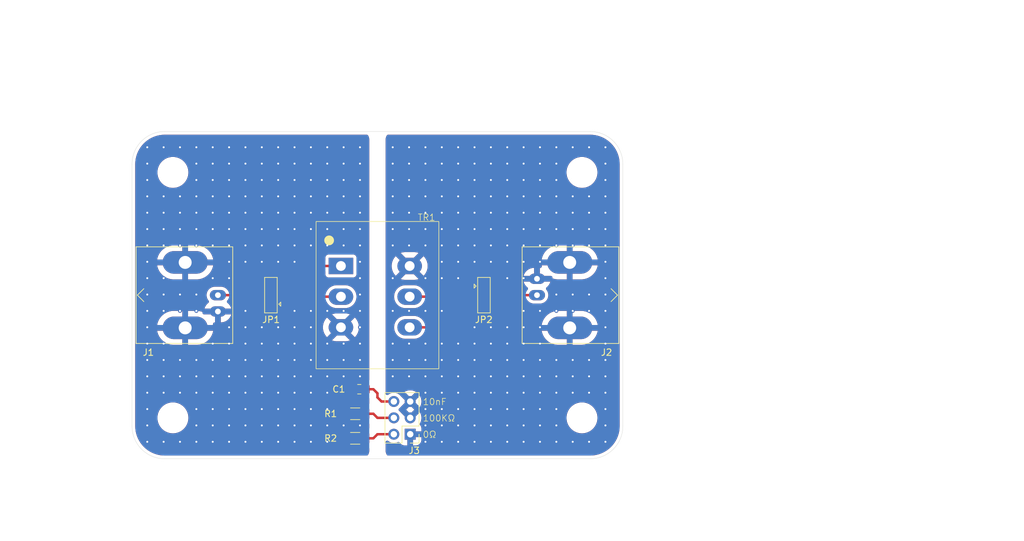
<source format=kicad_pcb>
(kicad_pcb (version 20241229) (generator "pcbnew") (generator_version "9.0")
  (layers (0 "F.Cu" signal) (2 "B.Cu" signal) (13 "F.Paste" user) (15 "B.Paste" user) (5 "F.SilkS" user "F.Silkscreen") (7 "B.SilkS" user "B.Silkscreen") (1 "F.Mask" user) (3 "B.Mask" user) (25 "Edge.Cuts" user))
  (net 0 "")
  (net 1 "Net-(J1-In)")
  (net 2 "Net-(J2-In)")
  (net 3 "Net-(JP1-C)")
  (net 4 "Net-(JP2-C)")
  (net 5 "GND1")
  (net 6 "GND2")
  (net 7 "Net-(J3-Pin_6)")
  (net 8 "Net-(J3-Pin_4)")
  (net 9 "Net-(J3-Pin_2)")
  (footprint "MountingHole:MountingHole_4.3mm_M4" (layer "F.Cu") (at 114.3 76.2)
    (property "Reference" "H1" (hide yes))
    (property "Value" "MountingHole")
    (pad "" np_thru_hole circle (at 0 0) (size 4.3 4.3) (drill 4.3) (layers "*.Cu" "*.Mask"))
  )
  (footprint "Resistor_SMD:R_1206_3216Metric_Pad1.30x1.75mm_HandSolder" (layer "F.Cu") (at 142.595 113.665)
    (property "Reference" "R1" (at -3.81 0 0) (layer "F.SilkS"))
    (property "Value" "100K")
    (pad "1" smd roundrect (at -1.55 0) (size 1.3 1.75) (layers "F.Cu" "F.Mask" "F.Paste") (roundrect_rratio 0.192308) (net 5 "GND1"))
    (pad "2" smd roundrect (at 1.55 0) (size 1.3 1.75) (layers "F.Cu" "F.Mask" "F.Paste") (roundrect_rratio 0.192308) (net 8 "Net-(J3-Pin_4)"))
  )
  (footprint "Resistor_SMD:R_1206_3216Metric_Pad1.30x1.75mm_HandSolder" (layer "F.Cu") (at 142.595 117.475)
    (property "Reference" "R2" (at -3.81 0 0) (layer "F.SilkS"))
    (property "Value" "0")
    (pad "1" smd roundrect (at -1.55 0) (size 1.3 1.75) (layers "F.Cu" "F.Mask" "F.Paste") (roundrect_rratio 0.192308) (net 5 "GND1"))
    (pad "2" smd roundrect (at 1.55 0) (size 1.3 1.75) (layers "F.Cu" "F.Mask" "F.Paste") (roundrect_rratio 0.192308) (net 9 "Net-(J3-Pin_2)"))
  )
  (footprint "Connector_Coaxial:BNC_Amphenol_B6252HB-NPP3G-50_Horizontal" (layer "F.Cu") (at 170.815 95.25 -90)
    (property "Reference" "J2" (at 8.89 -10.795 180) (layer "F.SilkS"))
    (property "Value" "Conn_Coaxial")
    (pad "1" thru_hole oval (at 0 0 270) (size 1.6 2.5) (drill 0.89) (layers "*.Cu" "*.Mask") (net 2 "Net-(J2-In)"))
    (pad "2" thru_hole oval (at -5.08 -5.08 270) (size 3.5 7) (drill 2.01) (layers "*.Cu" "*.Mask") (net 6 "GND2"))
    (pad "2" thru_hole oval (at -2.54 0 270) (size 1.6 2.5) (drill 0.89) (layers "*.Cu" "*.Mask") (net 6 "GND2"))
    (pad "2" thru_hole oval (at 5.08 -5.08 270) (size 3.5 7) (drill 2.01) (layers "*.Cu" "*.Mask") (net 6 "GND2"))
  )
  (footprint "Jumper:SolderJumper-3_P2.0mm_Open_TrianglePad1.0x1.5mm" (layer "F.Cu") (at 162.56 95.25 -90)
    (property "Reference" "JP2" (at 3.81 0 180) (layer "F.SilkS"))
    (property "Value" "SolderJumper_3_Open")
    (pad "1" smd custom (at -2 0 270) (size 0.3 0.3) (layers "F.Cu" "F.Mask") (net 6 "GND2") (options (clearance outline) (anchor rect)) (primitives (gr_poly (pts (xy 1 0) (xy 0.5 0.75) (xy -0.5 0.75) (xy -0.5 -0.75) (xy 0.5 -0.75)) (width 0) (fill yes))))
    (pad "2" smd custom (at 0 0 270) (size 0.3 0.3) (layers "F.Cu") (net 4 "Net-(JP2-C)") (options (clearance outline) (anchor rect)) (primitives (gr_poly (pts (xy 0.7 0) (xy 1.2 0.75) (xy -1.2 0.75) (xy -0.7 0) (xy -1.2 -0.75) (xy 1.2 -0.75)) (width 0) (fill yes))))
    (pad "3" smd custom (at 2 0 90) (size 0.3 0.3) (layers "F.Cu" "F.Mask") (net 2 "Net-(J2-In)") (options (clearance outline) (anchor rect)) (primitives (gr_poly (pts (xy 1 0) (xy 0.5 0.75) (xy -0.5 0.75) (xy -0.5 -0.75) (xy 0.5 -0.75)) (width 0) (fill yes))))
  )
  (footprint "MountingHole:MountingHole_4.3mm_M4" (layer "F.Cu") (at 177.8 76.2)
    (property "Reference" "H2" (hide yes))
    (property "Value" "MountingHole")
    (pad "" np_thru_hole circle (at 0 0) (size 4.3 4.3) (drill 4.3) (layers "*.Cu" "*.Mask"))
  )
  (footprint "Capacitor_SMD:C_0805_2012Metric_Pad1.18x1.45mm_HandSolder" (layer "F.Cu") (at 143.23 109.855)
    (property "Reference" "C1" (at -3.175 0 0) (layer "F.SilkS"))
    (property "Value" "10n")
    (pad "1" smd roundrect (at -1.0375 0) (size 1.175 1.45) (layers "F.Cu" "F.Mask" "F.Paste") (roundrect_rratio 0.212766) (net 5 "GND1"))
    (pad "2" smd roundrect (at 1.0375 0) (size 1.175 1.45) (layers "F.Cu" "F.Mask" "F.Paste") (roundrect_rratio 0.212766) (net 7 "Net-(J3-Pin_6)"))
  )
  (footprint "MountingHole:MountingHole_4.3mm_M4" (layer "F.Cu") (at 177.8 114.3)
    (property "Reference" "H4" (hide yes))
    (property "Value" "MountingHole")
    (pad "" np_thru_hole circle (at 0 0) (size 4.3 4.3) (drill 4.3) (layers "*.Cu" "*.Mask"))
  )
  (footprint "triad_magnetics:Untitled" (layer "F.Cu") (at 146.05 95.25)
    (property "Reference" "TR1" (at 7.62 -12.065 0) (layer "F.SilkS") (effects (font (thickness 0.1))))
    (property "Value" "TY-145P")
    (pad "1" thru_hole rect (at -5.668 -4.525) (size 3.81 2.54) (drill 1.524) (layers "*.Cu" "*.Mask") (net 1 "Net-(J1-In)"))
    (pad "2" thru_hole oval (at -5.668 0.2375) (size 3.81 2.54) (drill 1.524) (layers "*.Cu" "*.Mask") (net 3 "Net-(JP1-C)"))
    (pad "3" thru_hole oval (at -5.668 5) (size 3.81 2.54) (drill 1.524) (layers "*.Cu" "*.Mask") (net 5 "GND1"))
    (pad "4" thru_hole oval (at 5 5) (size 3.81 2.54) (drill 1.524) (layers "*.Cu" "*.Mask") (net 2 "Net-(J2-In)"))
    (pad "5" thru_hole oval (at 5 0.2375) (size 3.81 2.54) (drill 1.524) (layers "*.Cu" "*.Mask") (net 4 "Net-(JP2-C)"))
    (pad "6" thru_hole oval (at 5 -4.525) (size 3.81 2.54) (drill 1.524) (layers "*.Cu" "*.Mask") (net 6 "GND2"))
  )
  (footprint "MountingHole:MountingHole_4.3mm_M4" (layer "F.Cu") (at 114.3 114.3)
    (property "Reference" "H3" (hide yes))
    (property "Value" "MountingHole")
    (pad "" np_thru_hole circle (at 0 0) (size 4.3 4.3) (drill 4.3) (layers "*.Cu" "*.Mask"))
  )
  (footprint "Connector_Coaxial:BNC_Amphenol_B6252HB-NPP3G-50_Horizontal" (layer "F.Cu") (at 121.285 95.25 90)
    (property "Reference" "J1" (at -8.89 -10.795 180) (layer "F.SilkS"))
    (property "Value" "Conn_Coaxial")
    (pad "1" thru_hole oval (at 0 0 90) (size 1.6 2.5) (drill 0.89) (layers "*.Cu" "*.Mask") (net 1 "Net-(J1-In)"))
    (pad "2" thru_hole oval (at -5.08 -5.08 90) (size 3.5 7) (drill 2.01) (layers "*.Cu" "*.Mask") (net 5 "GND1"))
    (pad "2" thru_hole oval (at -2.54 0 90) (size 1.6 2.5) (drill 0.89) (layers "*.Cu" "*.Mask") (net 5 "GND1"))
    (pad "2" thru_hole oval (at 5.08 -5.08 90) (size 3.5 7) (drill 2.01) (layers "*.Cu" "*.Mask") (net 5 "GND1"))
  )
  (footprint "Connector_PinHeader_2.54mm:PinHeader_2x03_P2.54mm_Vertical" (layer "F.Cu") (at 151.135 116.84 180)
    (property "Reference" "J3" (at -0.63 -2.54 0) (layer "F.SilkS"))
    (property "Value" "Conn_02x03_Odd_Even")
    (pad "1" thru_hole rect (at 0 0 180) (size 1.7 1.7) (drill 1) (layers "*.Cu" "*.Mask") (net 6 "GND2"))
    (pad "2" thru_hole circle (at 2.54 0 180) (size 1.7 1.7) (drill 1) (layers "*.Cu" "*.Mask") (net 9 "Net-(J3-Pin_2)"))
    (pad "3" thru_hole circle (at 0 2.54 180) (size 1.7 1.7) (drill 1) (layers "*.Cu" "*.Mask") (net 6 "GND2"))
    (pad "4" thru_hole circle (at 2.54 2.54 180) (size 1.7 1.7) (drill 1) (layers "*.Cu" "*.Mask") (net 8 "Net-(J3-Pin_4)"))
    (pad "5" thru_hole circle (at 0 5.08 180) (size 1.7 1.7) (drill 1) (layers "*.Cu" "*.Mask") (net 6 "GND2"))
    (pad "6" thru_hole circle (at 2.54 5.08 180) (size 1.7 1.7) (drill 1) (layers "*.Cu" "*.Mask") (net 7 "Net-(J3-Pin_6)"))
  )
  (footprint "Jumper:SolderJumper-3_P2.0mm_Open_TrianglePad1.0x1.5mm" (layer "F.Cu") (at 129.54 95.25 90)
    (property "Reference" "JP1" (at -3.81 0 180) (layer "F.SilkS"))
    (property "Value" "SolderJumper_3_Open")
    (pad "1" smd custom (at -2 0 90) (size 0.3 0.3) (layers "F.Cu" "F.Mask") (net 5 "GND1") (options (clearance outline) (anchor rect)) (primitives (gr_poly (pts (xy 1 0) (xy 0.5 0.75) (xy -0.5 0.75) (xy -0.5 -0.75) (xy 0.5 -0.75)) (width 0) (fill yes))))
    (pad "2" smd custom (at 0 0 90) (size 0.3 0.3) (layers "F.Cu") (net 3 "Net-(JP1-C)") (options (clearance outline) (anchor rect)) (primitives (gr_poly (pts (xy 0.7 0) (xy 1.2 0.75) (xy -1.2 0.75) (xy -0.7 0) (xy -1.2 -0.75) (xy 1.2 -0.75)) (width 0) (fill yes))))
    (pad "3" smd custom (at 2 0 270) (size 0.3 0.3) (layers "F.Cu" "F.Mask") (net 1 "Net-(J1-In)") (options (clearance outline) (anchor rect)) (primitives (gr_poly (pts (xy 1 0) (xy 0.5 0.75) (xy -0.5 0.75) (xy -0.5 -0.75) (xy 0.5 -0.75)) (width 0) (fill yes))))
  )
  (gr_arc (start 107.95 74.93) (mid 109.437898 71.337898) (end 113.03 69.85) (stroke (width 0.05)) (layer "Edge.Cuts"))
  (gr_line (start 107.95 115.57) (end 107.95 74.93) (stroke (width 0.05)) (layer "Edge.Cuts"))
  (gr_line (start 113.03 69.85) (end 179.07 69.85) (stroke (width 0.05)) (layer "Edge.Cuts"))
  (gr_arc (start 184.15 115.57) (mid 182.662102 119.162102) (end 179.07 120.65) (stroke (width 0.05)) (layer "Edge.Cuts"))
  (gr_line (start 184.15 74.93) (end 184.15 115.57) (stroke (width 0.05)) (layer "Edge.Cuts"))
  (gr_arc (start 113.03 120.65) (mid 109.437898 119.162102) (end 107.95 115.57) (stroke (width 0.05)) (layer "Edge.Cuts"))
  (gr_line (start 179.07 120.65) (end 113.03 120.65) (stroke (width 0.05)) (layer "Edge.Cuts"))
  (gr_arc (start 179.07 69.85) (mid 182.662102 71.337898) (end 184.15 74.93) (stroke (width 0.05)) (layer "Edge.Cuts"))
  (gr_text "0Ω" (at 153.035 117.475 0) (layer "F.SilkS") (effects (font (size 1 1) (thickness 0.1)) (justify left bottom)))
  (gr_text "100KΩ" (at 153.035 114.935 0) (layer "F.SilkS") (effects (font (size 1 1) (thickness 0.1)) (justify left bottom)))
  (gr_text "10nF" (at 153.035 112.395 0) (layer "F.SilkS") (effects (font (size 1 1) (thickness 0.1)) (justify left bottom)))
  (segment (start 124.46 95.25) (end 126.46 93.25) (width 0.381) (layer "F.Cu") (net 1))
  (segment (start 126.46 93.25) (end 129.54 93.25) (width 0.381) (layer "F.Cu") (net 1))
  (segment (start 135.97 90.725) (end 140.382 90.725) (width 0.381) (layer "F.Cu") (net 1))
  (segment (start 129.54 93.25) (end 133.445 93.25) (width 0.381) (layer "F.Cu") (net 1))
  (segment (start 124.46 95.25) (end 121.285 95.25) (width 0.381) (layer "F.Cu") (net 1))
  (segment (start 133.445 93.25) (end 135.97 90.725) (width 0.381) (layer "F.Cu") (net 1))
  (segment (start 167.64 95.25) (end 170.815 95.25) (width 0.381) (layer "F.Cu") (net 2))
  (segment (start 165.64 97.25) (end 167.64 95.25) (width 0.381) (layer "F.Cu") (net 2))
  (segment (start 160.56 97.25) (end 157.56 100.25) (width 0.381) (layer "F.Cu") (net 2))
  (segment (start 157.56 100.25) (end 151.05 100.25) (width 0.381) (layer "F.Cu") (net 2))
  (segment (start 162.56 97.25) (end 160.56 97.25) (width 0.381) (layer "F.Cu") (net 2))
  (segment (start 162.56 97.25) (end 165.64 97.25) (width 0.381) (layer "F.Cu") (net 2))
  (segment (start 129.7775 95.4875) (end 129.54 95.25) (width 0.381) (layer "F.Cu") (net 3))
  (segment (start 140.382 95.4875) (end 129.7775 95.4875) (width 0.381) (layer "F.Cu") (net 3))
  (segment (start 151.05 95.4875) (end 162.3225 95.4875) (width 0.381) (layer "F.Cu") (net 4))
  (segment (start 162.3225 95.4875) (end 162.56 95.25) (width 0.381) (layer "F.Cu") (net 4))
  (via (at 143.34 107.85675) (size 0.6) (drill 0.3) (layers "F.Cu" "B.Cu") (net 5))
  (via (at 135.72 110.39675) (size 0.6) (drill 0.3) (layers "F.Cu" "B.Cu") (net 5))
  (via (at 135.72 84.99675) (size 0.6) (drill 0.3) (layers "F.Cu" "B.Cu") (net 5))
  (via (at 123.02 107.85675) (size 0.6) (drill 0.3) (layers "F.Cu" "B.Cu") (net 5))
  (via (at 130.64 102.77675) (size 0.6) (drill 0.3) (layers "F.Cu" "B.Cu") (net 5))
  (via (at 125.56 115.47675) (size 0.6) (drill 0.3) (layers "F.Cu" "B.Cu") (net 5))
  (via (at 115.4 79.91675) (size 0.6) (drill 0.3) (layers "F.Cu" "B.Cu") (net 5))
  (via (at 133.18 105.31675) (size 0.6) (drill 0.3) (layers "F.Cu" "B.Cu") (net 5))
  (via (at 143.34 92.61675) (size 0.6) (drill 0.3) (layers "F.Cu" "B.Cu") (net 5))
  (via (at 138.26 112.93675) (size 0.6) (drill 0.3) (layers "F.Cu" "B.Cu") (net 5))
  (via (at 110.32 97.69675) (size 0.6) (drill 0.3) (layers "F.Cu" "B.Cu") (net 5))
  (via (at 128.1 87.53675) (size 0.6) (drill 0.3) (layers "F.Cu" "B.Cu") (net 5))
  (via (at 110.32 110.39675) (size 0.6) (drill 0.3) (layers "F.Cu" "B.Cu") (net 5))
  (via (at 117.94 79.91675) (size 0.6) (drill 0.3) (layers "F.Cu" "B.Cu") (net 5))
  (via (at 117.94 87.53675) (size 0.6) (drill 0.3) (layers "F.Cu" "B.Cu") (net 5))
  (via (at 117.94 115.47675) (size 0.6) (drill 0.3) (layers "F.Cu" "B.Cu") (net 5))
  (via (at 140.8 77.37675) (size 0.6) (drill 0.3) (layers "F.Cu" "B.Cu") (net 5))
  (via (at 128.1 107.85675) (size 0.6) (drill 0.3) (layers "F.Cu" "B.Cu") (net 5))
  (via (at 125.56 110.39675) (size 0.6) (drill 0.3) (layers "F.Cu" "B.Cu") (net 5))
  (via (at 128.1 72.29675) (size 0.6) (drill 0.3) (layers "F.Cu" "B.Cu") (net 5))
  (via (at 112.86 107.85675) (size 0.6) (drill 0.3) (layers "F.Cu" "B.Cu") (net 5))
  (via (at 135.72 102.77675) (size 0.6) (drill 0.3) (layers "F.Cu" "B.Cu") (net 5))
  (via (at 120.48 118.01675) (size 0.6) (drill 0.3) (layers "F.Cu" "B.Cu") (net 5))
  (via (at 140.8 107.85675) (size 0.6) (drill 0.3) (layers "F.Cu" "B.Cu") (net 5))
  (via (at 125.56 100.23675) (size 0.6) (drill 0.3) (layers "F.Cu" "B.Cu") (net 5))
  (via (at 130.64 107.85675) (size 0.6) (drill 0.3) (layers "F.Cu" "B.Cu") (net 5))
  (via (at 133.18 100.23675) (size 0.6) (drill 0.3) (layers "F.Cu" "B.Cu") (net 5))
  (via (at 125.56 82.45675) (size 0.6) (drill 0.3) (layers "F.Cu" "B.Cu") (net 5))
  (via (at 135.72 112.93675) (size 0.6) (drill 0.3) (layers "F.Cu" "B.Cu") (net 5))
  (via (at 112.86 102.77675) (size 0.6) (drill 0.3) (layers "F.Cu" "B.Cu") (net 5))
  (via (at 115.4 72.29675) (size 0.6) (drill 0.3) (layers "F.Cu" "B.Cu") (net 5))
  (via (at 140.8 102.77675) (size 0.6) (drill 0.3) (layers "F.Cu" "B.Cu") (net 5))
  (via (at 110.32 95.15675) (size 0.6) (drill 0.3) (layers "F.Cu" "B.Cu") (net 5))
  (via (at 112.86 92.61675) (size 0.6) (drill 0.3) (layers "F.Cu" "B.Cu") (net 5))
  (via (at 115.4 97.69675) (size 0.6) (drill 0.3) (layers "F.Cu" "B.Cu") (net 5))
  (via (at 138.26 72.29675) (size 0.6) (drill 0.3) (layers "F.Cu" "B.Cu") (net 5))
  (via (at 120.48 74.83675) (size 0.6) (drill 0.3) (layers "F.Cu" "B.Cu") (net 5))
  (via (at 125.56 102.77675) (size 0.6) (drill 0.3) (layers "F.Cu" "B.Cu") (net 5))
  (via (at 140.8 84.99675) (size 0.6) (drill 0.3) (layers "F.Cu" "B.Cu") (net 5))
  (via (at 115.4 82.45675) (size 0.6) (drill 0.3) (layers "F.Cu" "B.Cu") (net 5))
  (via (at 130.64 112.93675) (size 0.6) (drill 0.3) (layers "F.Cu" "B.Cu") (net 5))
  (via (at 117.94 77.37675) (size 0.6) (drill 0.3) (layers "F.Cu" "B.Cu") (net 5))
  (via (at 133.18 74.83675) (size 0.6) (drill 0.3) (layers "F.Cu" "B.Cu") (net 5))
  (via (at 133.18 115.47675) (size 0.6) (drill 0.3) (layers "F.Cu" "B.Cu") (net 5))
  (via (at 115.4 95.15675) (size 0.6) (drill 0.3) (layers "F.Cu" "B.Cu") (net 5))
  (via (at 112.86 105.31675) (size 0.6) (drill 0.3) (layers "F.Cu" "B.Cu") (net 5))
  (via (at 143.34 87.53675) (size 0.6) (drill 0.3) (layers "F.Cu" "B.Cu") (net 5))
  (via (at 143.34 77.37675) (size 0.6) (drill 0.3) (layers "F.Cu" "B.Cu") (net 5))
  (via (at 128.1 84.99675) (size 0.6) (drill 0.3) (layers "F.Cu" "B.Cu") (net 5))
  (via (at 125.56 87.53675) (size 0.6) (drill 0.3) (layers "F.Cu" "B.Cu") (net 5))
  (via (at 140.8 87.53675) (size 0.6) (drill 0.3) (layers "F.Cu" "B.Cu") (net 5))
  (via (at 120.48 77.37675) (size 0.6) (drill 0.3) (layers "F.Cu" "B.Cu") (net 5))
  (via (at 143.34 84.99675) (size 0.6) (drill 0.3) (layers "F.Cu" "B.Cu") (net 5))
  (via (at 123.02 110.39675) (size 0.6) (drill 0.3) (layers "F.Cu" "B.Cu") (net 5))
  (via (at 130.64 118.01675) (size 0.6) (drill 0.3) (layers "F.Cu" "B.Cu") (net 5))
  (via (at 120.48 102.77675) (size 0.6) (drill 0.3) (layers "F.Cu" "B.Cu") (net 5))
  (via (at 125.56 84.99675) (size 0.6) (drill 0.3) (layers "F.Cu" "B.Cu") (net 5))
  (via (at 125.56 72.29675) (size 0.6) (drill 0.3) (layers "F.Cu" "B.Cu") (net 5))
  (via (at 133.18 90.07675) (size 0.6) (drill 0.3) (layers "F.Cu" "B.Cu") (net 5))
  (via (at 128.1 77.37675) (size 0.6) (drill 0.3) (layers "F.Cu" "B.Cu") (net 5))
  (via (at 115.4 84.99675) (size 0.6) (drill 0.3) (layers "F.Cu" "B.Cu") (net 5))
  (via (at 120.48 92.61675) (size 0.6) (drill 0.3) (layers "F.Cu" "B.Cu") (net 5))
  (via (at 110.32 102.77675) (size 0.6) (drill 0.3) (layers "F.Cu" "B.Cu") (net 5))
  (via (at 133.18 79.91675) (size 0.6) (drill 0.3) (layers "F.Cu" "B.Cu") (net 5))
  (via (at 123.02 92.61675) (size 0.6) (drill 0.3) (layers "F.Cu" "B.Cu") (net 5))
  (via (at 110.32 92.61675) (size 0.6) (drill 0.3) (layers "F.Cu" "B.Cu") (net 5))
  (via (at 130.64 115.47675) (size 0.6) (drill 0.3) (layers "F.Cu" "B.Cu") (net 5))
  (via (at 140.8 74.83675) (size 0.6) (drill 0.3) (layers "F.Cu" "B.Cu") (net 5))
  (via (at 120.48 107.85675) (size 0.6) (drill 0.3) (layers "F.Cu" "B.Cu") (net 5))
  (via (at 125.56 79.91675) (size 0.6) (drill 0.3) (layers "F.Cu" "B.Cu") (net 5))
  (via (at 117.94 82.45675) (size 0.6) (drill 0.3) (layers "F.Cu" "B.Cu") (net 5))
  (via (at 133.18 118.01675) (size 0.6) (drill 0.3) (layers "F.Cu" "B.Cu") (net 5))
  (via (at 120.48 87.53675) (size 0.6) (drill 0.3) (layers "F.Cu" "B.Cu") (net 5))
  (via (at 110.32 74.83675) (size 0.6) (drill 0.3) (layers "F.Cu" "B.Cu") (net 5))
  (via (at 135.72 107.85675) (size 0.6) (drill 0.3) (layers "F.Cu" "B.Cu") (net 5))
  (via (at 117.94 84.99675) (size 0.6) (drill 0.3) (layers "F.Cu" "B.Cu") (net 5))
  (via (at 138.26 115.47675) (size 0.6) (drill 0.3) (layers "F.Cu" "B.Cu") (net 5))
  (via (at 138.26 107.85675) (size 0.6) (drill 0.3) (layers "F.Cu" "B.Cu") (net 5))
  (via (at 143.34 100.23675) (size 0.6) (drill 0.3) (layers "F.Cu" "B.Cu") (net 5))
  (via (at 128.1 112.93675) (size 0.6) (drill 0.3) (layers "F.Cu" "B.Cu") (net 5))
  (via (at 143.34 97.69675) (size 0.6) (drill 0.3) (layers "F.Cu" "B.Cu") (net 5))
  (via (at 135.72 118.01675) (size 0.6) (drill 0.3) (layers "F.Cu" "B.Cu") (net 5))
  (via (at 123.02 115.47675) (size 0.6) (drill 0.3) (layers "F.Cu" "B.Cu") (net 5))
  (via (at 125.56 90.07675) (size 0.6) (drill 0.3) (layers "F.Cu" "B.Cu") (net 5))
  (via (at 110.32 84.99675) (size 0.6) (drill 0.3) (layers "F.Cu" "B.Cu") (net 5))
  (via (at 130.64 90.07675) (size 0.6) (drill 0.3) (layers "F.Cu" "B.Cu") (net 5))
  (via (at 120.48 79.91675) (size 0.6) (drill 0.3) (layers "F.Cu" "B.Cu") (net 5))
  (via (at 135.72 100.23675) (size 0.6) (drill 0.3) (layers "F.Cu" "B.Cu") (net 5))
  (via (at 110.32 82.45675) (size 0.6) (drill 0.3) (layers "F.Cu" "B.Cu") (net 5))
  (via (at 117.94 72.29675) (size 0.6) (drill 0.3) (layers "F.Cu" "B.Cu") (net 5))
  (via (at 117.94 97.69675) (size 0.6) (drill 0.3) (layers "F.Cu" "B.Cu") (net 5))
  (via (at 123.02 77.37675) (size 0.6) (drill 0.3) (layers "F.Cu" "B.Cu") (net 5))
  (via (at 133.18 107.85675) (size 0.6) (drill 0.3) (layers "F.Cu" "B.Cu") (net 5))
  (via (at 128.1 82.45675) (size 0.6) (drill 0.3) (layers "F.Cu" "B.Cu") (net 5))
  (via (at 143.34 79.91675) (size 0.6) (drill 0.3) (layers "F.Cu" "B.Cu") (net 5))
  (via (at 143.34 72.29675) (size 0.6) (drill 0.3) (layers "F.Cu" "B.Cu") (net 5))
  (via (at 115.4 107.85675) (size 0.6) (drill 0.3) (layers "F.Cu" "B.Cu") (net 5))
  (via (at 110.32 118.01675) (size 0.6) (drill 0.3) (layers "F.Cu" "B.Cu") (net 5))
  (via (at 123.02 79.91675) (size 0.6) (drill 0.3) (layers "F.Cu" "B.Cu") (net 5))
  (via (at 133.18 77.37675) (size 0.6) (drill 0.3) (layers "F.Cu" "B.Cu") (net 5))
  (via (at 128.1 115.47675) (size 0.6) (drill 0.3) (layers "F.Cu" "B.Cu") (net 5))
  (via (at 143.34 115.47675) (size 0.6) (drill 0.3) (layers "F.Cu" "B.Cu") (net 5))
  (via (at 130.64 79.91675) (size 0.6) (drill 0.3) (layers "F.Cu" "B.Cu") (net 5))
  (via (at 135.72 97.69675) (size 0.6) (drill 0.3) (layers "F.Cu" "B.Cu") (net 5))
  (via (at 138.26 118.01675) (size 0.6) (drill 0.3) (layers "F.Cu" "B.Cu") (net 5))
  (via (at 130.64 87.53675) (size 0.6) (drill 0.3) (layers "F.Cu" "B.Cu") (net 5))
  (via (at 112.86 97.69675) (size 0.6) (drill 0.3) (layers "F.Cu" "B.Cu") (net 5))
  (via (at 143.34 102.77675) (size 0.6) (drill 0.3) (layers "F.Cu" "B.Cu") (net 5))
  (via (at 138.26 79.91675) (size 0.6) (drill 0.3) (layers "F.Cu" "B.Cu") (net 5))
  (via (at 123.02 112.93675) (size 0.6) (drill 0.3) (layers "F.Cu" "B.Cu") (net 5))
  (via (at 143.34 90.07675) (size 0.6) (drill 0.3) (layers "F.Cu" "B.Cu") (net 5))
  (via (at 120.48 105.31675) (size 0.6) (drill 0.3) (layers "F.Cu" "B.Cu") (net 5))
  (via (at 138.26 74.83675) (size 0.6) (drill 0.3) (layers "F.Cu" "B.Cu") (net 5))
  (via (at 130.64 77.37675) (size 0.6) (drill 0.3) (layers "F.Cu" "B.Cu") (net 5))
  (via (at 135.72 115.47675) (size 0.6) (drill 0.3) (layers "F.Cu" "B.Cu") (net 5))
  (via (at 138.26 97.69675) (size 0.6) (drill 0.3) (layers "F.Cu" "B.Cu") (net 5))
  (via (at 135.72 105.31675) (size 0.6) (drill 0.3) (layers "F.Cu" "B.Cu") (net 5))
  (via (at 135.72 74.83675) (size 0.6) (drill 0.3) (layers "F.Cu" "B.Cu") (net 5))
  (via (at 110.32 115.47675) (size 0.6) (drill 0.3) (layers "F.Cu" "B.Cu") (net 5))
  (via (at 123.02 82.45675) (size 0.6) (drill 0.3) (layers "F.Cu" "B.Cu") (net 5))
  (via (at 117.94 118.01675) (size 0.6) (drill 0.3) (layers "F.Cu" "B.Cu") (net 5))
  (via (at 110.32 77.37675) (size 0.6) (drill 0.3) (layers "F.Cu" "B.Cu") (net 5))
  (via (at 140.8 115.47675) (size 0.6) (drill 0.3) (layers "F.Cu" "B.Cu") (net 5))
  (via (at 130.64 105.31675) (size 0.6) (drill 0.3) (layers "F.Cu" "B.Cu") (net 5))
  (via (at 120.48 112.93675) (size 0.6) (drill 0.3) (layers "F.Cu" "B.Cu") (net 5))
  (via (at 110.32 79.91675) (size 0.6) (drill 0.3) (layers "F.Cu" "B.Cu") (net 5))
  (via (at 140.8 105.31675) (size 0.6) (drill 0.3) (layers "F.Cu" "B.Cu") (net 5))
  (via (at 120.48 82.45675) (size 0.6) (drill 0.3) (layers "F.Cu" "B.Cu") (net 5))
  (via (at 138.26 77.37675) (size 0.6) (drill 0.3) (layers "F.Cu" "B.Cu") (net 5))
  (via (at 123.02 118.01675) (size 0.6) (drill 0.3) (layers "F.Cu" "B.Cu") (net 5))
  (via (at 110.32 112.93675) (size 0.6) (drill 0.3) (layers "F.Cu" "B.Cu") (net 5))
  (via (at 117.94 105.31675) (size 0.6) (drill 0.3) (layers "F.Cu" "B.Cu") (net 5))
  (via (at 123.02 87.53675) (size 0.6) (drill 0.3) (layers "F.Cu" "B.Cu") (net 5))
  (via (at 115.4 118.01675) (size 0.6) (drill 0.3) (layers "F.Cu" "B.Cu") (net 5))
  (via (at 130.64 74.83675) (size 0.6) (drill 0.3) (layers "F.Cu" "B.Cu") (net 5))
  (via (at 115.4 110.39675) (size 0.6) (drill 0.3) (layers "F.Cu" "B.Cu") (net 5))
  (via (at 130.64 84.99675) (size 0.6) (drill 0.3) (layers "F.Cu" "B.Cu") (net 5))
  (via (at 117.94 74.83675) (size 0.6) (drill 0.3) (layers "F.Cu" "B.Cu") (net 5))
  (via (at 112.86 95.15675) (size 0.6) (drill 0.3) (layers "F.Cu" "B.Cu") (net 5))
  (via (at 112.86 87.53675) (size 0.6) (drill 0.3) (layers "F.Cu" "B.Cu") (net 5))
  (via (at 110.32 90.07675) (size 0.6) (drill 0.3) (layers "F.Cu" "B.Cu") (net 5))
  (via (at 143.34 74.83675) (size 0.6) (drill 0.3) (layers "F.Cu" "B.Cu") (net 5))
  (via (at 133.18 102.77675) (size 0.6) (drill 0.3) (layers "F.Cu" "B.Cu") (net 5))
  (via (at 112.86 118.01675) (size 0.6) (drill 0.3) (layers "F.Cu" "B.Cu") (net 5))
  (via (at 112.86 79.91675) (size 0.6) (drill 0.3) (layers "F.Cu" "B.Cu") (net 5))
  (via (at 125.56 97.69675) (size 0.6) (drill 0.3) (layers "F.Cu" "B.Cu") (net 5))
  (via (at 112.86 84.99675) (size 0.6) (drill 0.3) (layers "F.Cu" "B.Cu") (net 5))
  (via (at 143.34 95.15675) (size 0.6) (drill 0.3) (layers "F.Cu" "B.Cu") (net 5))
  (via (at 138.26 82.45675) (size 0.6) (drill 0.3) (layers "F.Cu" "B.Cu") (net 5))
  (via (at 123.02 72.29675) (size 0.6) (drill 0.3) (layers "F.Cu" "B.Cu") (net 5))
  (via (at 120.48 84.99675) (size 0.6) (drill 0.3) (layers "F.Cu" "B.Cu") (net 5))
  (via (at 128.1 110.39675) (size 0.6) (drill 0.3) (layers "F.Cu" "B.Cu") (net 5))
  (via (at 112.86 110.39675) (size 0.6) (drill 0.3) (layers "F.Cu" "B.Cu") (net 5))
  (via (at 117.94 110.39675) (size 0.6) (drill 0.3) (layers "F.Cu" "B.Cu") (net 5))
  (via (at 130.64 110.39675) (size 0.6) (drill 0.3) (layers "F.Cu" "B.Cu") (net 5))
  (via (at 117.94 107.85675) (size 0.6) (drill 0.3) (layers "F.Cu" "B.Cu") (net 5))
  (via (at 130.64 82.45675) (size 0.6) (drill 0.3) (layers "F.Cu" "B.Cu") (net 5))
  (via (at 140.8 97.69675) (size 0.6) (drill 0.3) (layers "F.Cu" "B.Cu") (net 5))
  (via (at 133.18 84.99675) (size 0.6) (drill 0.3) (layers "F.Cu" "B.Cu") (net 5))
  (via (at 138.26 102.77675) (size 0.6) (drill 0.3) (layers "F.Cu" "B.Cu") (net 5))
  (via (at 125.56 105.31675) (size 0.6) (drill 0.3) (layers "F.Cu" "B.Cu") (net 5))
  (via (at 120.48 115.47675) (size 0.6) (drill 0.3) (layers "F.Cu" "B.Cu") (net 5))
  (via (at 133.18 82.45675) (size 0.6) (drill 0.3) (layers "F.Cu" "B.Cu") (net 5))
  (via (at 140.8 82.45675) (size 0.6) (drill 0.3) (layers "F.Cu" "B.Cu") (net 5))
  (via (at 135.72 79.91675) (size 0.6) (drill 0.3) (layers "F.Cu" "B.Cu") (net 5))
  (via (at 125.56 77.37675) (size 0.6) (drill 0.3) (layers "F.Cu" "B.Cu") (net 5))
  (via (at 135.72 72.29675) (size 0.6) (drill 0.3) (layers "F.Cu" "B.Cu") (net 5))
  (via (at 133.18 97.69675) (size 0.6) (drill 0.3) (layers "F.Cu" "B.Cu") (net 5))
  (via (at 125.56 112.93675) (size 0.6) (drill 0.3) (layers "F.Cu" "B.Cu") (net 5))
  (via (at 133.18 72.29675) (size 0.6) (drill 0.3) (layers "F.Cu" "B.Cu") (net 5))
  (via (at 135.72 77.37675) (size 0.6) (drill 0.3) (layers "F.Cu" "B.Cu") (net 5))
  (via (at 110.32 72.29675) (size 0.6) (drill 0.3) (layers "F.Cu" "B.Cu") (net 5))
  (via (at 128.1 102.77675) (size 0.6) (drill 0.3) (layers "F.Cu" "B.Cu") (net 5))
  (via (at 128.1 74.83675) (size 0.6) (drill 0.3) (layers "F.Cu" "B.Cu") (net 5))
  (via (at 143.34 82.45675) (size 0.6) (drill 0.3) (layers "F.Cu" "B.Cu") (net 5))
  (via (at 123.02 84.99675) (size 0.6) (drill 0.3) (layers "F.Cu" "B.Cu") (net 5))
  (via (at 135.72 82.45675) (size 0.6) (drill 0.3) (layers "F.Cu" "B.Cu") (net 5))
  (via (at 140.8 79.91675) (size 0.6) (drill 0.3) (layers "F.Cu" "B.Cu") (net 5))
  (via (at 138.26 87.53675) (size 0.6) (drill 0.3) (layers "F.Cu" "B.Cu") (net 5))
  (via (at 123.02 102.77675) (size 0.6) (drill 0.3) (layers "F.Cu" "B.Cu") (net 5))
  (via (at 143.34 105.31675) (size 0.6) (drill 0.3) (layers "F.Cu" "B.Cu") (net 5))
  (via (at 115.4 87.53675) (size 0.6) (drill 0.3) (layers "F.Cu" "B.Cu") (net 5))
  (via (at 133.18 112.93675) (size 0.6) (drill 0.3) (layers "F.Cu" "B.Cu") (net 5))
  (via (at 110.32 100.23675) (size 0.6) (drill 0.3) (layers "F.Cu" "B.Cu") (net 5))
  (via (at 130.64 100.23675) (size 0.6) (drill 0.3) (layers "F.Cu" "B.Cu") (net 5))
  (via (at 123.02 74.83675) (size 0.6) (drill 0.3) (layers "F.Cu" "B.Cu") (net 5))
  (via (at 123.02 100.23675) (size 0.6) (drill 0.3) (layers "F.Cu" "B.Cu") (net 5))
  (via (at 128.1 79.91675) (size 0.6) (drill 0.3) (layers "F.Cu" "B.Cu") (net 5))
  (via (at 117.94 95.15675) (size 0.6) (drill 0.3) (layers "F.Cu" "B.Cu") (net 5))
  (via (at 112.86 82.45675) (size 0.6) (drill 0.3) (layers "F.Cu" "B.Cu") (net 5))
  (via (at 128.1 90.07675) (size 0.6) (drill 0.3) (layers "F.Cu" "B.Cu") (net 5))
  (via (at 133.18 110.39675) (size 0.6) (drill 0.3) (layers "F.Cu" "B.Cu") (net 5))
  (via (at 135.72 87.53675) (size 0.6) (drill 0.3) (layers "F.Cu" "B.Cu") (net 5))
  (via (at 138.26 105.31675) (size 0.6) (drill 0.3) (layers "F.Cu" "B.Cu") (net 5))
  (via (at 128.1 100.23675) (size 0.6) (drill 0.3) (layers "F.Cu" "B.Cu") (net 5))
  (via (at 133.18 87.53675) (size 0.6) (drill 0.3) (layers "F.Cu" "B.Cu") (net 5))
  (via (at 110.32 87.53675) (size 0.6) (drill 0.3) (layers "F.Cu" "B.Cu") (net 5))
  (via (at 120.48 72.29675) (size 0.6) (drill 0.3) (layers "F.Cu" "B.Cu") (net 5))
  (via (at 128.1 105.31675) (size 0.6) (drill 0.3) (layers "F.Cu" "B.Cu") (net 5))
  (via (at 112.86 72.29675) (size 0.6) (drill 0.3) (layers "F.Cu" "B.Cu") (net 5))
  (via (at 117.94 112.93675) (size 0.6) (drill 0.3) (layers "F.Cu" "B.Cu") (net 5))
  (via (at 110.32 105.31675) (size 0.6) (drill 0.3) (layers "F.Cu" "B.Cu") (net 5))
  (via (at 125.56 118.01675) (size 0.6) (drill 0.3) (layers "F.Cu" "B.Cu") (net 5))
  (via (at 123.02 90.07675) (size 0.6) (drill 0.3) (layers "F.Cu" "B.Cu") (net 5))
  (via (at 110.32 107.85675) (size 0.6) (drill 0.3) (layers "F.Cu" "B.Cu") (net 5))
  (via (at 125.56 74.83675) (size 0.6) (drill 0.3) (layers "F.Cu" "B.Cu") (net 5))
  (via (at 123.02 105.31675) (size 0.6) (drill 0.3) (layers "F.Cu" "B.Cu") (net 5))
  (via (at 128.1 118.01675) (size 0.6) (drill 0.3) (layers "F.Cu" "B.Cu") (net 5))
  (via (at 115.4 105.31675) (size 0.6) (drill 0.3) (layers "F.Cu" "B.Cu") (net 5))
  (via (at 120.48 110.39675) (size 0.6) (drill 0.3) (layers "F.Cu" "B.Cu") (net 5))
  (via (at 140.8 72.29675) (size 0.6) (drill 0.3) (layers "F.Cu" "B.Cu") (net 5))
  (via (at 130.64 72.29675) (size 0.6) (drill 0.3) (layers "F.Cu" "B.Cu") (net 5))
  (via (at 138.26 84.99675) (size 0.6) (drill 0.3) (layers "F.Cu" "B.Cu") (net 5))
  (via (at 138.26 110.39675) (size 0.6) (drill 0.3) (layers "F.Cu" "B.Cu") (net 5))
  (via (at 125.56 107.85675) (size 0.6) (drill 0.3) (layers "F.Cu" "B.Cu") (net 5))
  (via (at 161.12 102.77675) (size 0.6) (drill 0.3) (layers "F.Cu" "B.Cu") (net 6))
  (via (at 153.5 74.83675) (size 0.6) (drill 0.3) (layers "F.Cu" "B.Cu") (net 6))
  (via (at 161.12 107.85675) (size 0.6) (drill 0.3) (layers "F.Cu" "B.Cu") (net 6))
  (via (at 161.12 118.01675) (size 0.6) (drill 0.3) (layers "F.Cu" "B.Cu") (net 6))
  (via (at 168.74 92.61675) (size 0.6) (drill 0.3) (layers "F.Cu" "B.Cu") (net 6))
  (via (at 178.9 84.99675) (size 0.6) (drill 0.3) (layers "F.Cu" "B.Cu") (net 6))
  (via (at 156.04 115.47675) (size 0.6) (drill 0.3) (layers "F.Cu" "B.Cu") (net 6))
  (via (at 161.12 110.39675) (size 0.6) (drill 0.3) (layers "F.Cu" "B.Cu") (net 6))
  (via (at 153.5 79.91675) (size 0.6) (drill 0.3) (layers "F.Cu" "B.Cu") (net 6))
  (via (at 163.66 84.99675) (size 0.6) (drill 0.3) (layers "F.Cu" "B.Cu") (net 6))
  (via (at 173.82 77.37675) (size 0.6) (drill 0.3) (layers "F.Cu" "B.Cu") (net 6))
  (via (at 163.66 102.77675) (size 0.6) (drill 0.3) (layers "F.Cu" "B.Cu") (net 6))
  (via (at 148.42 77.37675) (size 0.6) (drill 0.3) (layers "F.Cu" "B.Cu") (net 6))
  (via (at 178.9 110.39675) (size 0.6) (drill 0.3) (layers "F.Cu" "B.Cu") (net 6))
  (via (at 166.2 118.01675) (size 0.6) (drill 0.3) (layers "F.Cu" "B.Cu") (net 6))
  (via (at 171.28 112.93675) (size 0.6) (drill 0.3) (layers "F.Cu" "B.Cu") (net 6))
  (via (at 158.58 87.53675) (size 0.6) (drill 0.3) (layers "F.Cu" "B.Cu") (net 6))
  (via (at 161.12 112.93675) (size 0.6) (drill 0.3) (layers "F.Cu" "B.Cu") (net 6))
  (via (at 153.5 105.31675) (size 0.6) (drill 0.3) (layers "F.Cu" "B.Cu") (net 6))
  (via (at 173.82 110.39675) (size 0.6) (drill 0.3) (layers "F.Cu" "B.Cu") (net 6))
  (via (at 173.82 82.45675) (size 0.6) (drill 0.3) (layers "F.Cu" "B.Cu") (net 6))
  (via (at 148.42 84.99675) (size 0.6) (drill 0.3) (layers "F.Cu" "B.Cu") (net 6))
  (via (at 181.44 77.37675) (size 0.6) (drill 0.3) (layers "F.Cu" "B.Cu") (net 6))
  (via (at 163.66 115.47675) (size 0.6) (drill 0.3) (layers "F.Cu" "B.Cu") (net 6))
  (via (at 181.44 95.15675) (size 0.6) (drill 0.3) (layers "F.Cu" "B.Cu") (net 6))
  (via (at 176.36 97.69675) (size 0.6) (drill 0.3) (layers "F.Cu" "B.Cu") (net 6))
  (via (at 176.36 79.91675) (size 0.6) (drill 0.3) (layers "F.Cu" "B.Cu") (net 6))
  (via (at 158.58 118.01675) (size 0.6) (drill 0.3) (layers "F.Cu" "B.Cu") (net 6))
  (via (at 163.66 74.83675) (size 0.6) (drill 0.3) (layers "F.Cu" "B.Cu") (net 6))
  (via (at 171.28 87.53675) (size 0.6) (drill 0.3) (layers "F.Cu" "B.Cu") (net 6))
  (via (at 166.2 82.45675) (size 0.6) (drill 0.3) (layers "F.Cu" "B.Cu") (net 6))
  (via (at 153.5 77.37675) (size 0.6) (drill 0.3) (layers "F.Cu" "B.Cu") (net 6))
  (via (at 150.96 72.29675) (size 0.6) (drill 0.3) (layers "F.Cu" "B.Cu") (net 6))
  (via (at 161.12 79.91675) (size 0.6) (drill 0.3) (layers "F.Cu" "B.Cu") (net 6))
  (via (at 158.58 82.45675) (size 0.6) (drill 0.3) (layers "F.Cu" "B.Cu") (net 6))
  (via (at 161.12 115.47675) (size 0.6) (drill 0.3) (layers "F.Cu" "B.Cu") (net 6))
  (via (at 158.58 90.07675) (size 0.6) (drill 0.3) (layers "F.Cu" "B.Cu") (net 6))
  (via (at 173.82 79.91675) (size 0.6) (drill 0.3) (layers "F.Cu" "B.Cu") (net 6))
  (via (at 158.58 115.47675) (size 0.6) (drill 0.3) (layers "F.Cu" "B.Cu") (net 6))
  (via (at 153.5 72.29675) (size 0.6) (drill 0.3) (layers "F.Cu" "B.Cu") (net 6))
  (via (at 156.04 79.91675) (size 0.6) (drill 0.3) (layers "F.Cu" "B.Cu") (net 6))
  (via (at 168.74 82.45675) (size 0.6) (drill 0.3) (layers "F.Cu" "B.Cu") (net 6))
  (via (at 161.12 100.23675) (size 0.6) (drill 0.3) (layers "F.Cu" "B.Cu") (net 6))
  (via (at 181.44 110.39675) (size 0.6) (drill 0.3) (layers "F.Cu" "B.Cu") (net 6))
  (via (at 181.44 92.61675) (size 0.6) (drill 0.3) (layers "F.Cu" "B.Cu") (net 6))
  (via (at 181.44 74.83675) (size 0.6) (drill 0.3) (layers "F.Cu" "B.Cu") (net 6))
  (via (at 181.44 107.85675) (size 0.6) (drill 0.3) (layers "F.Cu" "B.Cu") (net 6))
  (via (at 158.58 79.91675) (size 0.6) (drill 0.3) (layers "F.Cu" "B.Cu") (net 6))
  (via (at 171.28 100.23675) (size 0.6) (drill 0.3) (layers "F.Cu" "B.Cu") (net 6))
  (via (at 166.2 84.99675) (size 0.6) (drill 0.3) (layers "F.Cu" "B.Cu") (net 6))
  (via (at 176.36 107.85675) (size 0.6) (drill 0.3) (layers "F.Cu" "B.Cu") (net 6))
  (via (at 148.42 72.29675) (size 0.6) (drill 0.3) (layers "F.Cu" "B.Cu") (net 6))
  (via (at 148.42 74.83675) (size 0.6) (drill 0.3) (layers "F.Cu" "B.Cu") (net 6))
  (via (at 181.44 97.69675) (size 0.6) (drill 0.3) (layers "F.Cu" "B.Cu") (net 6))
  (via (at 166.2 105.31675) (size 0.6) (drill 0.3) (layers "F.Cu" "B.Cu") (net 6))
  (via (at 158.58 112.93675) (size 0.6) (drill 0.3) (layers "F.Cu" "B.Cu") (net 6))
  (via (at 156.04 102.77675) (size 0.6) (drill 0.3) (layers "F.Cu" "B.Cu") (net 6))
  (via (at 153.5 82.45675) (size 0.6) (drill 0.3) (layers "F.Cu" "B.Cu") (net 6))
  (via (at 173.82 105.31675) (size 0.6) (drill 0.3) (layers "F.Cu" "B.Cu") (net 6))
  (via (at 156.04 118.01675) (size 0.6) (drill 0.3) (layers "F.Cu" "B.Cu") (net 6))
  (via (at 166.2 110.39675) (size 0.6) (drill 0.3) (layers "F.Cu" "B.Cu") (net 6))
  (via (at 150.96 79.91675) (size 0.6) (drill 0.3) (layers "F.Cu" "B.Cu") (net 6))
  (via (at 163.66 72.29675) (size 0.6) (drill 0.3) (layers "F.Cu" "B.Cu") (net 6))
  (via (at 153.5 92.61675) (size 0.6) (drill 0.3) (layers "F.Cu" "B.Cu") (net 6))
  (via (at 150.96 82.45675) (size 0.6) (drill 0.3) (layers "F.Cu" "B.Cu") (net 6))
  (via (at 168.74 87.53675) (size 0.6) (drill 0.3) (layers "F.Cu" "B.Cu") (net 6))
  (via (at 181.44 84.99675) (size 0.6) (drill 0.3) (layers "F.Cu" "B.Cu") (net 6))
  (via (at 148.42 107.85675) (size 0.6) (drill 0.3) (layers "F.Cu" "B.Cu") (net 6))
  (via (at 156.04 74.83675) (size 0.6) (drill 0.3) (layers "F.Cu" "B.Cu") (net 6))
  (via (at 166.2 87.53675) (size 0.6) (drill 0.3) (layers "F.Cu" "B.Cu") (net 6))
  (via (at 168.74 74.83675) (size 0.6) (drill 0.3) (layers "F.Cu" "B.Cu") (net 6))
  (via (at 163.66 110.39675) (size 0.6) (drill 0.3) (layers "F.Cu" "B.Cu") (net 6))
  (via (at 181.44 115.47675) (size 0.6) (drill 0.3) (layers "F.Cu" "B.Cu") (net 6))
  (via (at 166.2 90.07675) (size 0.6) (drill 0.3) (layers "F.Cu" "B.Cu") (net 6))
  (via (at 163.66 87.53675) (size 0.6) (drill 0.3) (layers "F.Cu" "B.Cu") (net 6))
  (via (at 148.42 92.61675) (size 0.6) (drill 0.3) (layers "F.Cu" "B.Cu") (net 6))
  (via (at 161.12 105.31675) (size 0.6) (drill 0.3) (layers "F.Cu" "B.Cu") (net 6))
  (via (at 156.04 72.29675) (size 0.6) (drill 0.3) (layers "F.Cu" "B.Cu") (net 6))
  (via (at 156.04 92.61675) (size 0.6) (drill 0.3) (layers "F.Cu" "B.Cu") (net 6))
  (via (at 161.12 72.29675) (size 0.6) (drill 0.3) (layers "F.Cu" "B.Cu") (net 6))
  (via (at 173.82 84.99675) (size 0.6) (drill 0.3) (layers "F.Cu" "B.Cu") (net 6))
  (via (at 168.74 100.23675) (size 0.6) (drill 0.3) (layers "F.Cu" "B.Cu") (net 6))
  (via (at 178.9 87.53675) (size 0.6) (drill 0.3) (layers "F.Cu" "B.Cu") (net 6))
  (via (at 168.74 110.39675) (size 0.6) (drill 0.3) (layers "F.Cu" "B.Cu") (net 6))
  (via (at 178.9 72.29675) (size 0.6) (drill 0.3) (layers "F.Cu" "B.Cu") (net 6))
  (via (at 150.96 84.99675) (size 0.6) (drill 0.3) (layers "F.Cu" "B.Cu") (net 6))
  (via (at 153.5 107.85675) (size 0.6) (drill 0.3) (layers "F.Cu" "B.Cu") (net 6))
  (via (at 176.36 72.29675) (size 0.6) (drill 0.3) (layers "F.Cu" "B.Cu") (net 6))
  (via (at 171.28 84.99675) (size 0.6) (drill 0.3) (layers "F.Cu" "B.Cu") (net 6))
  (via (at 168.74 77.37675) (size 0.6) (drill 0.3) (layers "F.Cu" "B.Cu") (net 6))
  (via (at 168.74 112.93675) (size 0.6) (drill 0.3) (layers "F.Cu" "B.Cu") (net 6))
  (via (at 173.82 112.93675) (size 0.6) (drill 0.3) (layers "F.Cu" "B.Cu") (net 6))
  (via (at 173.82 95.15675) (size 0.6) (drill 0.3) (layers "F.Cu" "B.Cu") (net 6))
  (via (at 161.12 84.99675) (size 0.6) (drill 0.3) (layers "F.Cu" "B.Cu") (net 6))
  (via (at 161.12 90.07675) (size 0.6) (drill 0.3) (layers "F.Cu" "B.Cu") (net 6))
  (via (at 163.66 77.37675) (size 0.6) (drill 0.3) (layers "F.Cu" "B.Cu") (net 6))
  (via (at 168.74 84.99675) (size 0.6) (drill 0.3) (layers "F.Cu" "B.Cu") (net 6))
  (via (at 156.04 97.69675) (size 0.6) (drill 0.3) (layers "F.Cu" "B.Cu") (net 6))
  (via (at 171.28 102.77675) (size 0.6) (drill 0.3) (layers "F.Cu" "B.Cu") (net 6))
  (via (at 168.74 97.69675) (size 0.6) (drill 0.3) (layers "F.Cu" "B.Cu") (net 6))
  (via (at 156.04 82.45675) (size 0.6) (drill 0.3) (layers "F.Cu" "B.Cu") (net 6))
  (via (at 156.04 87.53675) (size 0.6) (drill 0.3) (layers "F.Cu" "B.Cu") (net 6))
  (via (at 166.2 102.77675) (size 0.6) (drill 0.3) (layers "F.Cu" "B.Cu") (net 6))
  (via (at 178.9 95.15675) (size 0.6) (drill 0.3) (layers "F.Cu" "B.Cu") (net 6))
  (via (at 176.36 95.15675) (size 0.6) (drill 0.3) (layers "F.Cu" "B.Cu") (net 6))
  (via (at 158.58 74.83675) (size 0.6) (drill 0.3) (layers "F.Cu" "B.Cu") (net 6))
  (via (at 153.5 115.47675) (size 0.6) (drill 0.3) (layers "F.Cu" "B.Cu") (net 6))
  (via (at 176.36 87.53675) (size 0.6) (drill 0.3) (layers "F.Cu" "B.Cu") (net 6))
  (via (at 163.66 79.91675) (size 0.6) (drill 0.3) (layers "F.Cu" "B.Cu") (net 6))
  (via (at 168.74 107.85675) (size 0.6) (drill 0.3) (layers "F.Cu" "B.Cu") (net 6))
  (via (at 166.2 79.91675) (size 0.6) (drill 0.3) (layers "F.Cu" "B.Cu") (net 6))
  (via (at 166.2 115.47675) (size 0.6) (drill 0.3) (layers "F.Cu" "B.Cu") (net 6))
  (via (at 168.74 72.29675) (size 0.6) (drill 0.3) (layers "F.Cu" "B.Cu") (net 6))
  (via (at 181.44 118.01675) (size 0.6) (drill 0.3) (layers "F.Cu" "B.Cu") (net 6))
  (via (at 173.82 118.01675) (size 0.6) (drill 0.3) (layers "F.Cu" "B.Cu") (net 6))
  (via (at 178.9 107.85675) (size 0.6) (drill 0.3) (layers "F.Cu" "B.Cu") (net 6))
  (via (at 148.42 102.77675) (size 0.6) (drill 0.3) (layers "F.Cu" "B.Cu") (net 6))
  (via (at 166.2 107.85675) (size 0.6) (drill 0.3) (layers "F.Cu" "B.Cu") (net 6))
  (via (at 150.96 97.69675) (size 0.6) (drill 0.3) (layers "F.Cu" "B.Cu") (net 6))
  (via (at 168.74 102.77675) (size 0.6) (drill 0.3) (layers "F.Cu" "B.Cu") (net 6))
  (via (at 173.82 87.53675) (size 0.6) (drill 0.3) (layers "F.Cu" "B.Cu") (net 6))
  (via (at 176.36 110.39675) (size 0.6) (drill 0.3) (layers "F.Cu" "B.Cu") (net 6))
  (via (at 168.74 115.47675) (size 0.6) (drill 0.3) (layers "F.Cu" "B.Cu") (net 6))
  (via (at 181.44 112.93675) (size 0.6) (drill 0.3) (layers "F.Cu" "B.Cu") (net 6))
  (via (at 178.9 105.31675) (size 0.6) (drill 0.3) (layers "F.Cu" "B.Cu") (net 6))
  (via (at 156.04 77.37675) (size 0.6) (drill 0.3) (layers "F.Cu" "B.Cu") (net 6))
  (via (at 166.2 92.61675) (size 0.6) (drill 0.3) (layers "F.Cu" "B.Cu") (net 6))
  (via (at 178.9 118.01675) (size 0.6) (drill 0.3) (layers "F.Cu" "B.Cu") (net 6))
  (via (at 153.5 110.39675) (size 0.6) (drill 0.3) (layers "F.Cu" "B.Cu") (net 6))
  (via (at 171.28 77.37675) (size 0.6) (drill 0.3) (layers "F.Cu" "B.Cu") (net 6))
  (via (at 161.12 82.45675) (size 0.6) (drill 0.3) (layers "F.Cu" "B.Cu") (net 6))
  (via (at 153.5 112.93675) (size 0.6) (drill 0.3) (layers "F.Cu" "B.Cu") (net 6))
  (via (at 153.5 84.99675) (size 0.6) (drill 0.3) (layers "F.Cu" "B.Cu") (net 6))
  (via (at 156.04 105.31675) (size 0.6) (drill 0.3) (layers "F.Cu" "B.Cu") (net 6))
  (via (at 153.5 97.69675) (size 0.6) (drill 0.3) (layers "F.Cu" "B.Cu") (net 6))
  (via (at 173.82 97.69675) (size 0.6) (drill 0.3) (layers "F.Cu" "B.Cu") (net 6))
  (via (at 148.42 87.53675) (size 0.6) (drill 0.3) (layers "F.Cu" "B.Cu") (net 6))
  (via (at 178.9 82.45675) (size 0.6) (drill 0.3) (layers "F.Cu" "B.Cu") (net 6))
  (via (at 156.04 84.99675) (size 0.6) (drill 0.3) (layers "F.Cu" "B.Cu") (net 6))
  (via (at 150.96 102.77675) (size 0.6) (drill 0.3) (layers "F.Cu" "B.Cu") (net 6))
  (via (at 158.58 105.31675) (size 0.6) (drill 0.3) (layers "F.Cu" "B.Cu") (net 6))
  (via (at 181.44 102.77675) (size 0.6) (drill 0.3) (layers "F.Cu" "B.Cu") (net 6))
  (via (at 181.44 100.23675) (size 0.6) (drill 0.3) (layers "F.Cu" "B.Cu") (net 6))
  (via (at 173.82 74.83675) (size 0.6) (drill 0.3) (layers "F.Cu" "B.Cu") (net 6))
  (via (at 171.28 107.85675) (size 0.6) (drill 0.3) (layers "F.Cu" "B.Cu") (net 6))
  (via (at 148.42 79.91675) (size 0.6) (drill 0.3) (layers "F.Cu" "B.Cu") (net 6))
  (via (at 181.44 87.53675) (size 0.6) (drill 0.3) (layers "F.Cu" "B.Cu") (net 6))
  (via (at 171.28 82.45675) (size 0.6) (drill 0.3) (layers "F.Cu" "B.Cu") (net 6))
  (via (at 181.44 90.07675) (size 0.6) (drill 0.3) (layers "F.Cu" "B.Cu") (net 6))
  (via (at 150.96 77.37675) (size 0.6) (drill 0.3) (layers "F.Cu" "B.Cu") (net 6))
  (via (at 158.58 84.99675) (size 0.6) (drill 0.3) (layers "F.Cu" "B.Cu") (net 6))
  (via (at 158.58 77.37675) (size 0.6) (drill 0.3) (layers "F.Cu" "B.Cu") (net 6))
  (via (at 176.36 105.31675) (size 0.6) (drill 0.3) (layers "F.Cu" "B.Cu") (net 6))
  (via (at 166.2 74.83675) (size 0.6) (drill 0.3) (layers "F.Cu" "B.Cu") (net 6))
  (via (at 168.74 105.31675) (size 0.6) (drill 0.3) (layers "F.Cu" "B.Cu") (net 6))
  (via (at 163.66 82.45675) (size 0.6) (drill 0.3) (layers "F.Cu" "B.Cu") (net 6))
  (via (at 161.12 77.37675) (size 0.6) (drill 0.3) (layers "F.Cu" "B.Cu") (net 6))
  (via (at 168.74 118.01675) (size 0.6) (drill 0.3) (layers "F.Cu" "B.Cu") (net 6))
  (via (at 171.28 97.69675) (size 0.6) (drill 0.3) (layers "F.Cu" "B.Cu") (net 6))
  (via (at 153.5 102.77675) (size 0.6) (drill 0.3) (layers "F.Cu" "B.Cu") (net 6))
  (via (at 150.96 87.53675) (size 0.6) (drill 0.3) (layers "F.Cu" "B.Cu") (net 6))
  (via (at 171.28 79.91675) (size 0.6) (drill 0.3) (layers "F.Cu" "B.Cu") (net 6))
  (via (at 161.12 87.53675) (size 0.6) (drill 0.3) (layers "F.Cu" "B.Cu") (net 6))
  (via (at 173.82 115.47675) (size 0.6) (drill 0.3) (layers "F.Cu" "B.Cu") (net 6))
  (via (at 153.5 118.01675) (size 0.6) (drill 0.3) (layers "F.Cu" "B.Cu") (net 6))
  (via (at 158.58 72.29675) (size 0.6) (drill 0.3) (layers "F.Cu" "B.Cu") (net 6))
  (via (at 161.12 74.83675) (size 0.6) (drill 0.3) (layers "F.Cu" "B.Cu") (net 6))
  (via (at 163.66 107.85675) (size 0.6) (drill 0.3) (layers "F.Cu" "B.Cu") (net 6))
  (via (at 158.58 92.61675) (size 0.6) (drill 0.3) (layers "F.Cu" "B.Cu") (net 6))
  (via (at 181.44 72.29675) (size 0.6) (drill 0.3) (layers "F.Cu" "B.Cu") (net 6))
  (via (at 150.96 74.83675) (size 0.6) (drill 0.3) (layers "F.Cu" "B.Cu") (net 6))
  (via (at 171.28 90.07675) (size 0.6) (drill 0.3) (layers "F.Cu" "B.Cu") (net 6))
  (via (at 171.28 115.47675) (size 0.6) (drill 0.3) (layers "F.Cu" "B.Cu") (net 6))
  (via (at 168.74 90.07675) (size 0.6) (drill 0.3) (layers "F.Cu" "B.Cu") (net 6))
  (via (at 158.58 107.85675) (size 0.6) (drill 0.3) (layers "F.Cu" "B.Cu") (net 6))
  (via (at 176.36 118.01675) (size 0.6) (drill 0.3) (layers "F.Cu" "B.Cu") (net 6))
  (via (at 156.04 110.39675) (size 0.6) (drill 0.3) (layers "F.Cu" "B.Cu") (net 6))
  (via (at 176.36 82.45675) (size 0.6) (drill 0.3) (layers "F.Cu" "B.Cu") (net 6))
  (via (at 158.58 110.39675) (size 0.6) (drill 0.3) (layers "F.Cu" "B.Cu") (net 6))
  (via (at 171.28 72.29675) (size 0.6) (drill 0.3) (layers "F.Cu" "B.Cu") (net 6))
  (via (at 148.42 97.69675) (size 0.6) (drill 0.3) (layers "F.Cu" "B.Cu") (net 6))
  (via (at 181.44 79.91675) (size 0.6) (drill 0.3) (layers "F.Cu" "B.Cu") (net 6))
  (via (at 173.82 72.29675) (size 0.6) (drill 0.3) (layers "F.Cu" "B.Cu") (net 6))
  (via (at 156.04 107.85675) (size 0.6) (drill 0.3) (layers "F.Cu" "B.Cu") (net 6))
  (via (at 156.04 112.93675) (size 0.6) (drill 0.3) (layers "F.Cu" "B.Cu") (net 6))
  (via (at 178.9 79.91675) (size 0.6) (drill 0.3) (layers "F.Cu" "B.Cu") (net 6))
  (via (at 171.28 118.01675) (size 0.6) (drill 0.3) (layers "F.Cu" "B.Cu") (net 6))
  (via (at 166.2 77.37675) (size 0.6) (drill 0.3) (layers "F.Cu" "B.Cu") (net 6))
  (via (at 163.66 90.07675) (size 0.6) (drill 0.3) (layers "F.Cu" "B.Cu") (net 6))
  (via (at 153.5 87.53675) (size 0.6) (drill 0.3) (layers "F.Cu" "B.Cu") (net 6))
  (via (at 171.28 105.31675) (size 0.6) (drill 0.3) (layers "F.Cu" "B.Cu") (net 6))
  (via (at 166.2 72.29675) (size 0.6) (drill 0.3) (layers "F.Cu" "B.Cu") (net 6))
  (via (at 158.58 102.77675) (size 0.6) (drill 0.3) (layers "F.Cu" "B.Cu") (net 6))
  (via (at 168.74 79.91675) (size 0.6) (drill 0.3) (layers "F.Cu" "B.Cu") (net 6))
  (via (at 166.2 112.93675) (size 0.6) (drill 0.3) (layers "F.Cu" "B.Cu") (net 6))
  (via (at 148.42 82.45675) (size 0.6) (drill 0.3) (layers "F.Cu" "B.Cu") (net 6))
  (via (at 178.9 97.69675) (size 0.6) (drill 0.3) (layers "F.Cu" "B.Cu") (net 6))
  (via (at 150.96 107.85675) (size 0.6) (drill 0.3) (layers "F.Cu" "B.Cu") (net 6))
  (via (at 156.04 90.07675) (size 0.6) (drill 0.3) (layers "F.Cu" "B.Cu") (net 6))
  (via (at 163.66 118.01675) (size 0.6) (drill 0.3) (layers "F.Cu" "B.Cu") (net 6))
  (via (at 150.96 105.31675) (size 0.6) (drill 0.3) (layers "F.Cu" "B.Cu") (net 6))
  (via (at 171.28 74.83675) (size 0.6) (drill 0.3) (layers "F.Cu" "B.Cu") (net 6))
  (via (at 173.82 107.85675) (size 0.6) (drill 0.3) (layers "F.Cu" "B.Cu") (net 6))
  (via (at 163.66 100.23675) (size 0.6) (drill 0.3) (layers "F.Cu" "B.Cu") (net 6))
  (via (at 171.28 110.39675) (size 0.6) (drill 0.3) (layers "F.Cu" "B.Cu") (net 6))
  (via (at 166.2 100.23675) (size 0.6) (drill 0.3) (layers "F.Cu" "B.Cu") (net 6))
  (via (at 181.44 82.45675) (size 0.6) (drill 0.3) (layers "F.Cu" "B.Cu") (net 6))
  (via (at 163.66 112.93675) (size 0.6) (drill 0.3) (layers "F.Cu" "B.Cu") (net 6))
  (via (at 176.36 84.99675) (size 0.6) (drill 0.3) (layers "F.Cu" "B.Cu") (net 6))
  (via (at 148.42 105.31675) (size 0.6) (drill 0.3) (layers "F.Cu" "B.Cu") (net 6))
  (via (at 163.66 105.31675) (size 0.6) (drill 0.3) (layers "F.Cu" "B.Cu") (net 6))
  (via (at 181.44 105.31675) (size 0.6) (drill 0.3) (layers "F.Cu" "B.Cu") (net 6))
  (segment (start 144.2675 109.855) (end 145.415 109.855) (width 0.381) (layer "F.Cu") (net 7))
  (segment (start 146.685 111.76) (end 148.595 111.76) (width 0.381) (layer "F.Cu") (net 7))
  (segment (start 145.415 109.855) (end 146.05 110.49) (width 0.381) (layer "F.Cu") (net 7))
  (segment (start 146.05 110.49) (end 146.05 111.125) (width 0.381) (layer "F.Cu") (net 7))
  (segment (start 146.05 111.125) (end 146.685 111.76) (width 0.381) (layer "F.Cu") (net 7))
  (segment (start 146.05 114.3) (end 148.595 114.3) (width 0.381) (layer "F.Cu") (net 8))
  (segment (start 145.415 113.665) (end 146.05 114.3) (width 0.381) (layer "F.Cu") (net 8))
  (segment (start 144.145 113.665) (end 145.415 113.665) (width 0.381) (layer "F.Cu") (net 8))
  (segment (start 145.415 117.475) (end 146.05 116.84) (width 0.381) (layer "F.Cu") (net 9))
  (segment (start 146.05 116.84) (end 148.595 116.84) (width 0.381) (layer "F.Cu") (net 9))
  (segment (start 144.145 117.475) (end 145.415 117.475) (width 0.381) (layer "F.Cu") (net 9))
  (zone (net 6) (net_name "GND2") (layers "F.Cu" "B.Cu") (connect_pads (clearance 0.508)) (min_thickness 0.508) (fill yes (thermal_gap 0.889) (thermal_bridge_width 0.889) (smoothing fillet) (radius 1.27))
    (polygon (pts (xy 147.32 63.5) (xy 190.5 63.5) (xy 190.5 127) (xy 147.32 127)))
  )
  (zone (net 5) (net_name "GND1") (layers "F.Cu" "B.Cu") (connect_pads (clearance 0.508)) (min_thickness 0.508) (fill yes (thermal_gap 0.889) (thermal_bridge_width 0.889) (smoothing fillet) (radius 1.27))
    (polygon (pts (xy 101.6 63.5) (xy 144.78 63.5) (xy 144.78 127) (xy 101.6 127)))
  )
)
</source>
